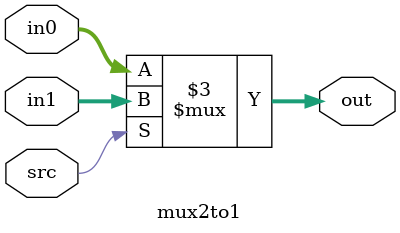
<source format=v>
module mux2to1        #(parameter N=16)
                     (input [N-1:0] in1,
					  input [N-1:0] in0,
					  input src,
					  output reg [N-1:0] out);
		
	always @ (*)
	begin
		if (src)
			out = in1;
		else
			out = in0;
	end
					  
					  
					  
					  
endmodule
</source>
